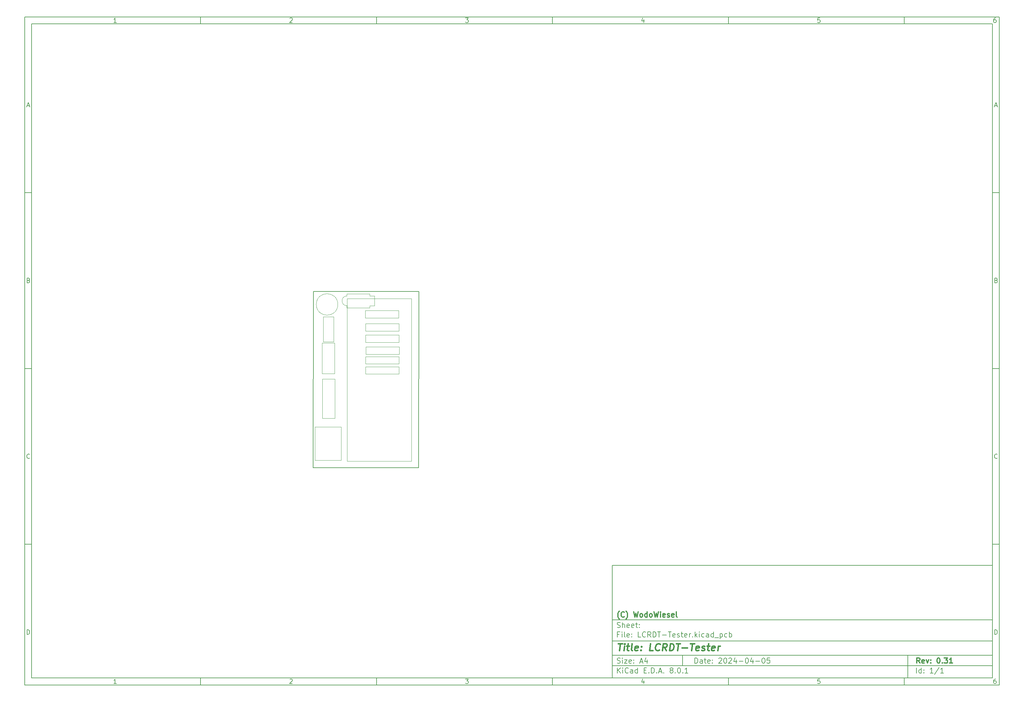
<source format=gbr>
%TF.GenerationSoftware,KiCad,Pcbnew,8.0.1*%
%TF.CreationDate,2024-04-05T21:52:58+02:00*%
%TF.ProjectId,LCRDT-Tester,4c435244-542d-4546-9573-7465722e6b69,0.31*%
%TF.SameCoordinates,PX57bafc0PY83cc3c0*%
%TF.FileFunction,Other,User*%
%FSLAX46Y46*%
G04 Gerber Fmt 4.6, Leading zero omitted, Abs format (unit mm)*
G04 Created by KiCad (PCBNEW 8.0.1) date 2024-04-05 21:52:58*
%MOMM*%
%LPD*%
G01*
G04 APERTURE LIST*
%ADD10C,0.100000*%
%ADD11C,0.150000*%
%ADD12C,0.300000*%
%ADD13C,0.400000*%
%ADD14C,0.050000*%
%TA.AperFunction,Profile*%
%ADD15C,0.150000*%
%TD*%
G04 APERTURE END LIST*
D10*
D11*
X85010200Y-27807200D02*
X193010200Y-27807200D01*
X193010200Y-59807200D01*
X85010200Y-59807200D01*
X85010200Y-27807200D01*
D10*
D11*
X-81992000Y128200000D02*
X195010200Y128200000D01*
X195010200Y-61807200D01*
X-81992000Y-61807200D01*
X-81992000Y128200000D01*
D10*
D11*
X-79992000Y126200000D02*
X193010200Y126200000D01*
X193010200Y-59807200D01*
X-79992000Y-59807200D01*
X-79992000Y126200000D01*
D10*
D11*
X-31992000Y126200000D02*
X-31992000Y128200000D01*
D10*
D11*
X18008000Y126200000D02*
X18008000Y128200000D01*
D10*
D11*
X68008000Y126200000D02*
X68008000Y128200000D01*
D10*
D11*
X118008000Y126200000D02*
X118008000Y128200000D01*
D10*
D11*
X168008000Y126200000D02*
X168008000Y128200000D01*
D10*
D11*
X-55902840Y126606396D02*
X-56645697Y126606396D01*
X-56274269Y126606396D02*
X-56274269Y127906396D01*
X-56274269Y127906396D02*
X-56398078Y127720681D01*
X-56398078Y127720681D02*
X-56521888Y127596872D01*
X-56521888Y127596872D02*
X-56645697Y127534967D01*
D10*
D11*
X-6645697Y127782586D02*
X-6583793Y127844491D01*
X-6583793Y127844491D02*
X-6459983Y127906396D01*
X-6459983Y127906396D02*
X-6150459Y127906396D01*
X-6150459Y127906396D02*
X-6026650Y127844491D01*
X-6026650Y127844491D02*
X-5964745Y127782586D01*
X-5964745Y127782586D02*
X-5902840Y127658777D01*
X-5902840Y127658777D02*
X-5902840Y127534967D01*
X-5902840Y127534967D02*
X-5964745Y127349253D01*
X-5964745Y127349253D02*
X-6707602Y126606396D01*
X-6707602Y126606396D02*
X-5902840Y126606396D01*
D10*
D11*
X43292398Y127906396D02*
X44097160Y127906396D01*
X44097160Y127906396D02*
X43663826Y127411158D01*
X43663826Y127411158D02*
X43849541Y127411158D01*
X43849541Y127411158D02*
X43973350Y127349253D01*
X43973350Y127349253D02*
X44035255Y127287348D01*
X44035255Y127287348D02*
X44097160Y127163539D01*
X44097160Y127163539D02*
X44097160Y126854015D01*
X44097160Y126854015D02*
X44035255Y126730205D01*
X44035255Y126730205D02*
X43973350Y126668300D01*
X43973350Y126668300D02*
X43849541Y126606396D01*
X43849541Y126606396D02*
X43478112Y126606396D01*
X43478112Y126606396D02*
X43354303Y126668300D01*
X43354303Y126668300D02*
X43292398Y126730205D01*
D10*
D11*
X93973350Y127473062D02*
X93973350Y126606396D01*
X93663826Y127968300D02*
X93354303Y127039729D01*
X93354303Y127039729D02*
X94159064Y127039729D01*
D10*
D11*
X144035255Y127906396D02*
X143416207Y127906396D01*
X143416207Y127906396D02*
X143354303Y127287348D01*
X143354303Y127287348D02*
X143416207Y127349253D01*
X143416207Y127349253D02*
X143540017Y127411158D01*
X143540017Y127411158D02*
X143849541Y127411158D01*
X143849541Y127411158D02*
X143973350Y127349253D01*
X143973350Y127349253D02*
X144035255Y127287348D01*
X144035255Y127287348D02*
X144097160Y127163539D01*
X144097160Y127163539D02*
X144097160Y126854015D01*
X144097160Y126854015D02*
X144035255Y126730205D01*
X144035255Y126730205D02*
X143973350Y126668300D01*
X143973350Y126668300D02*
X143849541Y126606396D01*
X143849541Y126606396D02*
X143540017Y126606396D01*
X143540017Y126606396D02*
X143416207Y126668300D01*
X143416207Y126668300D02*
X143354303Y126730205D01*
D10*
D11*
X193973350Y127906396D02*
X193725731Y127906396D01*
X193725731Y127906396D02*
X193601922Y127844491D01*
X193601922Y127844491D02*
X193540017Y127782586D01*
X193540017Y127782586D02*
X193416207Y127596872D01*
X193416207Y127596872D02*
X193354303Y127349253D01*
X193354303Y127349253D02*
X193354303Y126854015D01*
X193354303Y126854015D02*
X193416207Y126730205D01*
X193416207Y126730205D02*
X193478112Y126668300D01*
X193478112Y126668300D02*
X193601922Y126606396D01*
X193601922Y126606396D02*
X193849541Y126606396D01*
X193849541Y126606396D02*
X193973350Y126668300D01*
X193973350Y126668300D02*
X194035255Y126730205D01*
X194035255Y126730205D02*
X194097160Y126854015D01*
X194097160Y126854015D02*
X194097160Y127163539D01*
X194097160Y127163539D02*
X194035255Y127287348D01*
X194035255Y127287348D02*
X193973350Y127349253D01*
X193973350Y127349253D02*
X193849541Y127411158D01*
X193849541Y127411158D02*
X193601922Y127411158D01*
X193601922Y127411158D02*
X193478112Y127349253D01*
X193478112Y127349253D02*
X193416207Y127287348D01*
X193416207Y127287348D02*
X193354303Y127163539D01*
D10*
D11*
X-31992000Y-59807200D02*
X-31992000Y-61807200D01*
D10*
D11*
X18008000Y-59807200D02*
X18008000Y-61807200D01*
D10*
D11*
X68008000Y-59807200D02*
X68008000Y-61807200D01*
D10*
D11*
X118008000Y-59807200D02*
X118008000Y-61807200D01*
D10*
D11*
X168008000Y-59807200D02*
X168008000Y-61807200D01*
D10*
D11*
X-55902840Y-61400804D02*
X-56645697Y-61400804D01*
X-56274269Y-61400804D02*
X-56274269Y-60100804D01*
X-56274269Y-60100804D02*
X-56398078Y-60286519D01*
X-56398078Y-60286519D02*
X-56521888Y-60410328D01*
X-56521888Y-60410328D02*
X-56645697Y-60472233D01*
D10*
D11*
X-6645697Y-60224614D02*
X-6583793Y-60162709D01*
X-6583793Y-60162709D02*
X-6459983Y-60100804D01*
X-6459983Y-60100804D02*
X-6150459Y-60100804D01*
X-6150459Y-60100804D02*
X-6026650Y-60162709D01*
X-6026650Y-60162709D02*
X-5964745Y-60224614D01*
X-5964745Y-60224614D02*
X-5902840Y-60348423D01*
X-5902840Y-60348423D02*
X-5902840Y-60472233D01*
X-5902840Y-60472233D02*
X-5964745Y-60657947D01*
X-5964745Y-60657947D02*
X-6707602Y-61400804D01*
X-6707602Y-61400804D02*
X-5902840Y-61400804D01*
D10*
D11*
X43292398Y-60100804D02*
X44097160Y-60100804D01*
X44097160Y-60100804D02*
X43663826Y-60596042D01*
X43663826Y-60596042D02*
X43849541Y-60596042D01*
X43849541Y-60596042D02*
X43973350Y-60657947D01*
X43973350Y-60657947D02*
X44035255Y-60719852D01*
X44035255Y-60719852D02*
X44097160Y-60843661D01*
X44097160Y-60843661D02*
X44097160Y-61153185D01*
X44097160Y-61153185D02*
X44035255Y-61276995D01*
X44035255Y-61276995D02*
X43973350Y-61338900D01*
X43973350Y-61338900D02*
X43849541Y-61400804D01*
X43849541Y-61400804D02*
X43478112Y-61400804D01*
X43478112Y-61400804D02*
X43354303Y-61338900D01*
X43354303Y-61338900D02*
X43292398Y-61276995D01*
D10*
D11*
X93973350Y-60534138D02*
X93973350Y-61400804D01*
X93663826Y-60038900D02*
X93354303Y-60967471D01*
X93354303Y-60967471D02*
X94159064Y-60967471D01*
D10*
D11*
X144035255Y-60100804D02*
X143416207Y-60100804D01*
X143416207Y-60100804D02*
X143354303Y-60719852D01*
X143354303Y-60719852D02*
X143416207Y-60657947D01*
X143416207Y-60657947D02*
X143540017Y-60596042D01*
X143540017Y-60596042D02*
X143849541Y-60596042D01*
X143849541Y-60596042D02*
X143973350Y-60657947D01*
X143973350Y-60657947D02*
X144035255Y-60719852D01*
X144035255Y-60719852D02*
X144097160Y-60843661D01*
X144097160Y-60843661D02*
X144097160Y-61153185D01*
X144097160Y-61153185D02*
X144035255Y-61276995D01*
X144035255Y-61276995D02*
X143973350Y-61338900D01*
X143973350Y-61338900D02*
X143849541Y-61400804D01*
X143849541Y-61400804D02*
X143540017Y-61400804D01*
X143540017Y-61400804D02*
X143416207Y-61338900D01*
X143416207Y-61338900D02*
X143354303Y-61276995D01*
D10*
D11*
X193973350Y-60100804D02*
X193725731Y-60100804D01*
X193725731Y-60100804D02*
X193601922Y-60162709D01*
X193601922Y-60162709D02*
X193540017Y-60224614D01*
X193540017Y-60224614D02*
X193416207Y-60410328D01*
X193416207Y-60410328D02*
X193354303Y-60657947D01*
X193354303Y-60657947D02*
X193354303Y-61153185D01*
X193354303Y-61153185D02*
X193416207Y-61276995D01*
X193416207Y-61276995D02*
X193478112Y-61338900D01*
X193478112Y-61338900D02*
X193601922Y-61400804D01*
X193601922Y-61400804D02*
X193849541Y-61400804D01*
X193849541Y-61400804D02*
X193973350Y-61338900D01*
X193973350Y-61338900D02*
X194035255Y-61276995D01*
X194035255Y-61276995D02*
X194097160Y-61153185D01*
X194097160Y-61153185D02*
X194097160Y-60843661D01*
X194097160Y-60843661D02*
X194035255Y-60719852D01*
X194035255Y-60719852D02*
X193973350Y-60657947D01*
X193973350Y-60657947D02*
X193849541Y-60596042D01*
X193849541Y-60596042D02*
X193601922Y-60596042D01*
X193601922Y-60596042D02*
X193478112Y-60657947D01*
X193478112Y-60657947D02*
X193416207Y-60719852D01*
X193416207Y-60719852D02*
X193354303Y-60843661D01*
D10*
D11*
X-81992000Y78200000D02*
X-79992000Y78200000D01*
D10*
D11*
X-81992000Y28200000D02*
X-79992000Y28200000D01*
D10*
D11*
X-81992000Y-21800000D02*
X-79992000Y-21800000D01*
D10*
D11*
X-81301524Y102977824D02*
X-80682477Y102977824D01*
X-81425334Y102606396D02*
X-80992001Y103906396D01*
X-80992001Y103906396D02*
X-80558667Y102606396D01*
D10*
D11*
X-80899143Y53287348D02*
X-80713429Y53225443D01*
X-80713429Y53225443D02*
X-80651524Y53163539D01*
X-80651524Y53163539D02*
X-80589620Y53039729D01*
X-80589620Y53039729D02*
X-80589620Y52854015D01*
X-80589620Y52854015D02*
X-80651524Y52730205D01*
X-80651524Y52730205D02*
X-80713429Y52668300D01*
X-80713429Y52668300D02*
X-80837239Y52606396D01*
X-80837239Y52606396D02*
X-81332477Y52606396D01*
X-81332477Y52606396D02*
X-81332477Y53906396D01*
X-81332477Y53906396D02*
X-80899143Y53906396D01*
X-80899143Y53906396D02*
X-80775334Y53844491D01*
X-80775334Y53844491D02*
X-80713429Y53782586D01*
X-80713429Y53782586D02*
X-80651524Y53658777D01*
X-80651524Y53658777D02*
X-80651524Y53534967D01*
X-80651524Y53534967D02*
X-80713429Y53411158D01*
X-80713429Y53411158D02*
X-80775334Y53349253D01*
X-80775334Y53349253D02*
X-80899143Y53287348D01*
X-80899143Y53287348D02*
X-81332477Y53287348D01*
D10*
D11*
X-80589620Y2730205D02*
X-80651524Y2668300D01*
X-80651524Y2668300D02*
X-80837239Y2606396D01*
X-80837239Y2606396D02*
X-80961048Y2606396D01*
X-80961048Y2606396D02*
X-81146762Y2668300D01*
X-81146762Y2668300D02*
X-81270572Y2792110D01*
X-81270572Y2792110D02*
X-81332477Y2915920D01*
X-81332477Y2915920D02*
X-81394381Y3163539D01*
X-81394381Y3163539D02*
X-81394381Y3349253D01*
X-81394381Y3349253D02*
X-81332477Y3596872D01*
X-81332477Y3596872D02*
X-81270572Y3720681D01*
X-81270572Y3720681D02*
X-81146762Y3844491D01*
X-81146762Y3844491D02*
X-80961048Y3906396D01*
X-80961048Y3906396D02*
X-80837239Y3906396D01*
X-80837239Y3906396D02*
X-80651524Y3844491D01*
X-80651524Y3844491D02*
X-80589620Y3782586D01*
D10*
D11*
X-81332477Y-47393604D02*
X-81332477Y-46093604D01*
X-81332477Y-46093604D02*
X-81022953Y-46093604D01*
X-81022953Y-46093604D02*
X-80837239Y-46155509D01*
X-80837239Y-46155509D02*
X-80713429Y-46279319D01*
X-80713429Y-46279319D02*
X-80651524Y-46403128D01*
X-80651524Y-46403128D02*
X-80589620Y-46650747D01*
X-80589620Y-46650747D02*
X-80589620Y-46836461D01*
X-80589620Y-46836461D02*
X-80651524Y-47084080D01*
X-80651524Y-47084080D02*
X-80713429Y-47207890D01*
X-80713429Y-47207890D02*
X-80837239Y-47331700D01*
X-80837239Y-47331700D02*
X-81022953Y-47393604D01*
X-81022953Y-47393604D02*
X-81332477Y-47393604D01*
D10*
D11*
X195010200Y78200000D02*
X193010200Y78200000D01*
D10*
D11*
X195010200Y28200000D02*
X193010200Y28200000D01*
D10*
D11*
X195010200Y-21800000D02*
X193010200Y-21800000D01*
D10*
D11*
X193700676Y102977824D02*
X194319723Y102977824D01*
X193576866Y102606396D02*
X194010199Y103906396D01*
X194010199Y103906396D02*
X194443533Y102606396D01*
D10*
D11*
X194103057Y53287348D02*
X194288771Y53225443D01*
X194288771Y53225443D02*
X194350676Y53163539D01*
X194350676Y53163539D02*
X194412580Y53039729D01*
X194412580Y53039729D02*
X194412580Y52854015D01*
X194412580Y52854015D02*
X194350676Y52730205D01*
X194350676Y52730205D02*
X194288771Y52668300D01*
X194288771Y52668300D02*
X194164961Y52606396D01*
X194164961Y52606396D02*
X193669723Y52606396D01*
X193669723Y52606396D02*
X193669723Y53906396D01*
X193669723Y53906396D02*
X194103057Y53906396D01*
X194103057Y53906396D02*
X194226866Y53844491D01*
X194226866Y53844491D02*
X194288771Y53782586D01*
X194288771Y53782586D02*
X194350676Y53658777D01*
X194350676Y53658777D02*
X194350676Y53534967D01*
X194350676Y53534967D02*
X194288771Y53411158D01*
X194288771Y53411158D02*
X194226866Y53349253D01*
X194226866Y53349253D02*
X194103057Y53287348D01*
X194103057Y53287348D02*
X193669723Y53287348D01*
D10*
D11*
X194412580Y2730205D02*
X194350676Y2668300D01*
X194350676Y2668300D02*
X194164961Y2606396D01*
X194164961Y2606396D02*
X194041152Y2606396D01*
X194041152Y2606396D02*
X193855438Y2668300D01*
X193855438Y2668300D02*
X193731628Y2792110D01*
X193731628Y2792110D02*
X193669723Y2915920D01*
X193669723Y2915920D02*
X193607819Y3163539D01*
X193607819Y3163539D02*
X193607819Y3349253D01*
X193607819Y3349253D02*
X193669723Y3596872D01*
X193669723Y3596872D02*
X193731628Y3720681D01*
X193731628Y3720681D02*
X193855438Y3844491D01*
X193855438Y3844491D02*
X194041152Y3906396D01*
X194041152Y3906396D02*
X194164961Y3906396D01*
X194164961Y3906396D02*
X194350676Y3844491D01*
X194350676Y3844491D02*
X194412580Y3782586D01*
D10*
D11*
X193669723Y-47393604D02*
X193669723Y-46093604D01*
X193669723Y-46093604D02*
X193979247Y-46093604D01*
X193979247Y-46093604D02*
X194164961Y-46155509D01*
X194164961Y-46155509D02*
X194288771Y-46279319D01*
X194288771Y-46279319D02*
X194350676Y-46403128D01*
X194350676Y-46403128D02*
X194412580Y-46650747D01*
X194412580Y-46650747D02*
X194412580Y-46836461D01*
X194412580Y-46836461D02*
X194350676Y-47084080D01*
X194350676Y-47084080D02*
X194288771Y-47207890D01*
X194288771Y-47207890D02*
X194164961Y-47331700D01*
X194164961Y-47331700D02*
X193979247Y-47393604D01*
X193979247Y-47393604D02*
X193669723Y-47393604D01*
D10*
D11*
X108466026Y-55593328D02*
X108466026Y-54093328D01*
X108466026Y-54093328D02*
X108823169Y-54093328D01*
X108823169Y-54093328D02*
X109037455Y-54164757D01*
X109037455Y-54164757D02*
X109180312Y-54307614D01*
X109180312Y-54307614D02*
X109251741Y-54450471D01*
X109251741Y-54450471D02*
X109323169Y-54736185D01*
X109323169Y-54736185D02*
X109323169Y-54950471D01*
X109323169Y-54950471D02*
X109251741Y-55236185D01*
X109251741Y-55236185D02*
X109180312Y-55379042D01*
X109180312Y-55379042D02*
X109037455Y-55521900D01*
X109037455Y-55521900D02*
X108823169Y-55593328D01*
X108823169Y-55593328D02*
X108466026Y-55593328D01*
X110608884Y-55593328D02*
X110608884Y-54807614D01*
X110608884Y-54807614D02*
X110537455Y-54664757D01*
X110537455Y-54664757D02*
X110394598Y-54593328D01*
X110394598Y-54593328D02*
X110108884Y-54593328D01*
X110108884Y-54593328D02*
X109966026Y-54664757D01*
X110608884Y-55521900D02*
X110466026Y-55593328D01*
X110466026Y-55593328D02*
X110108884Y-55593328D01*
X110108884Y-55593328D02*
X109966026Y-55521900D01*
X109966026Y-55521900D02*
X109894598Y-55379042D01*
X109894598Y-55379042D02*
X109894598Y-55236185D01*
X109894598Y-55236185D02*
X109966026Y-55093328D01*
X109966026Y-55093328D02*
X110108884Y-55021900D01*
X110108884Y-55021900D02*
X110466026Y-55021900D01*
X110466026Y-55021900D02*
X110608884Y-54950471D01*
X111108884Y-54593328D02*
X111680312Y-54593328D01*
X111323169Y-54093328D02*
X111323169Y-55379042D01*
X111323169Y-55379042D02*
X111394598Y-55521900D01*
X111394598Y-55521900D02*
X111537455Y-55593328D01*
X111537455Y-55593328D02*
X111680312Y-55593328D01*
X112751741Y-55521900D02*
X112608884Y-55593328D01*
X112608884Y-55593328D02*
X112323170Y-55593328D01*
X112323170Y-55593328D02*
X112180312Y-55521900D01*
X112180312Y-55521900D02*
X112108884Y-55379042D01*
X112108884Y-55379042D02*
X112108884Y-54807614D01*
X112108884Y-54807614D02*
X112180312Y-54664757D01*
X112180312Y-54664757D02*
X112323170Y-54593328D01*
X112323170Y-54593328D02*
X112608884Y-54593328D01*
X112608884Y-54593328D02*
X112751741Y-54664757D01*
X112751741Y-54664757D02*
X112823170Y-54807614D01*
X112823170Y-54807614D02*
X112823170Y-54950471D01*
X112823170Y-54950471D02*
X112108884Y-55093328D01*
X113466026Y-55450471D02*
X113537455Y-55521900D01*
X113537455Y-55521900D02*
X113466026Y-55593328D01*
X113466026Y-55593328D02*
X113394598Y-55521900D01*
X113394598Y-55521900D02*
X113466026Y-55450471D01*
X113466026Y-55450471D02*
X113466026Y-55593328D01*
X113466026Y-54664757D02*
X113537455Y-54736185D01*
X113537455Y-54736185D02*
X113466026Y-54807614D01*
X113466026Y-54807614D02*
X113394598Y-54736185D01*
X113394598Y-54736185D02*
X113466026Y-54664757D01*
X113466026Y-54664757D02*
X113466026Y-54807614D01*
X115251741Y-54236185D02*
X115323169Y-54164757D01*
X115323169Y-54164757D02*
X115466027Y-54093328D01*
X115466027Y-54093328D02*
X115823169Y-54093328D01*
X115823169Y-54093328D02*
X115966027Y-54164757D01*
X115966027Y-54164757D02*
X116037455Y-54236185D01*
X116037455Y-54236185D02*
X116108884Y-54379042D01*
X116108884Y-54379042D02*
X116108884Y-54521900D01*
X116108884Y-54521900D02*
X116037455Y-54736185D01*
X116037455Y-54736185D02*
X115180312Y-55593328D01*
X115180312Y-55593328D02*
X116108884Y-55593328D01*
X117037455Y-54093328D02*
X117180312Y-54093328D01*
X117180312Y-54093328D02*
X117323169Y-54164757D01*
X117323169Y-54164757D02*
X117394598Y-54236185D01*
X117394598Y-54236185D02*
X117466026Y-54379042D01*
X117466026Y-54379042D02*
X117537455Y-54664757D01*
X117537455Y-54664757D02*
X117537455Y-55021900D01*
X117537455Y-55021900D02*
X117466026Y-55307614D01*
X117466026Y-55307614D02*
X117394598Y-55450471D01*
X117394598Y-55450471D02*
X117323169Y-55521900D01*
X117323169Y-55521900D02*
X117180312Y-55593328D01*
X117180312Y-55593328D02*
X117037455Y-55593328D01*
X117037455Y-55593328D02*
X116894598Y-55521900D01*
X116894598Y-55521900D02*
X116823169Y-55450471D01*
X116823169Y-55450471D02*
X116751740Y-55307614D01*
X116751740Y-55307614D02*
X116680312Y-55021900D01*
X116680312Y-55021900D02*
X116680312Y-54664757D01*
X116680312Y-54664757D02*
X116751740Y-54379042D01*
X116751740Y-54379042D02*
X116823169Y-54236185D01*
X116823169Y-54236185D02*
X116894598Y-54164757D01*
X116894598Y-54164757D02*
X117037455Y-54093328D01*
X118108883Y-54236185D02*
X118180311Y-54164757D01*
X118180311Y-54164757D02*
X118323169Y-54093328D01*
X118323169Y-54093328D02*
X118680311Y-54093328D01*
X118680311Y-54093328D02*
X118823169Y-54164757D01*
X118823169Y-54164757D02*
X118894597Y-54236185D01*
X118894597Y-54236185D02*
X118966026Y-54379042D01*
X118966026Y-54379042D02*
X118966026Y-54521900D01*
X118966026Y-54521900D02*
X118894597Y-54736185D01*
X118894597Y-54736185D02*
X118037454Y-55593328D01*
X118037454Y-55593328D02*
X118966026Y-55593328D01*
X120251740Y-54593328D02*
X120251740Y-55593328D01*
X119894597Y-54021900D02*
X119537454Y-55093328D01*
X119537454Y-55093328D02*
X120466025Y-55093328D01*
X121037453Y-55021900D02*
X122180311Y-55021900D01*
X123180311Y-54093328D02*
X123323168Y-54093328D01*
X123323168Y-54093328D02*
X123466025Y-54164757D01*
X123466025Y-54164757D02*
X123537454Y-54236185D01*
X123537454Y-54236185D02*
X123608882Y-54379042D01*
X123608882Y-54379042D02*
X123680311Y-54664757D01*
X123680311Y-54664757D02*
X123680311Y-55021900D01*
X123680311Y-55021900D02*
X123608882Y-55307614D01*
X123608882Y-55307614D02*
X123537454Y-55450471D01*
X123537454Y-55450471D02*
X123466025Y-55521900D01*
X123466025Y-55521900D02*
X123323168Y-55593328D01*
X123323168Y-55593328D02*
X123180311Y-55593328D01*
X123180311Y-55593328D02*
X123037454Y-55521900D01*
X123037454Y-55521900D02*
X122966025Y-55450471D01*
X122966025Y-55450471D02*
X122894596Y-55307614D01*
X122894596Y-55307614D02*
X122823168Y-55021900D01*
X122823168Y-55021900D02*
X122823168Y-54664757D01*
X122823168Y-54664757D02*
X122894596Y-54379042D01*
X122894596Y-54379042D02*
X122966025Y-54236185D01*
X122966025Y-54236185D02*
X123037454Y-54164757D01*
X123037454Y-54164757D02*
X123180311Y-54093328D01*
X124966025Y-54593328D02*
X124966025Y-55593328D01*
X124608882Y-54021900D02*
X124251739Y-55093328D01*
X124251739Y-55093328D02*
X125180310Y-55093328D01*
X125751738Y-55021900D02*
X126894596Y-55021900D01*
X127894596Y-54093328D02*
X128037453Y-54093328D01*
X128037453Y-54093328D02*
X128180310Y-54164757D01*
X128180310Y-54164757D02*
X128251739Y-54236185D01*
X128251739Y-54236185D02*
X128323167Y-54379042D01*
X128323167Y-54379042D02*
X128394596Y-54664757D01*
X128394596Y-54664757D02*
X128394596Y-55021900D01*
X128394596Y-55021900D02*
X128323167Y-55307614D01*
X128323167Y-55307614D02*
X128251739Y-55450471D01*
X128251739Y-55450471D02*
X128180310Y-55521900D01*
X128180310Y-55521900D02*
X128037453Y-55593328D01*
X128037453Y-55593328D02*
X127894596Y-55593328D01*
X127894596Y-55593328D02*
X127751739Y-55521900D01*
X127751739Y-55521900D02*
X127680310Y-55450471D01*
X127680310Y-55450471D02*
X127608881Y-55307614D01*
X127608881Y-55307614D02*
X127537453Y-55021900D01*
X127537453Y-55021900D02*
X127537453Y-54664757D01*
X127537453Y-54664757D02*
X127608881Y-54379042D01*
X127608881Y-54379042D02*
X127680310Y-54236185D01*
X127680310Y-54236185D02*
X127751739Y-54164757D01*
X127751739Y-54164757D02*
X127894596Y-54093328D01*
X129751738Y-54093328D02*
X129037452Y-54093328D01*
X129037452Y-54093328D02*
X128966024Y-54807614D01*
X128966024Y-54807614D02*
X129037452Y-54736185D01*
X129037452Y-54736185D02*
X129180310Y-54664757D01*
X129180310Y-54664757D02*
X129537452Y-54664757D01*
X129537452Y-54664757D02*
X129680310Y-54736185D01*
X129680310Y-54736185D02*
X129751738Y-54807614D01*
X129751738Y-54807614D02*
X129823167Y-54950471D01*
X129823167Y-54950471D02*
X129823167Y-55307614D01*
X129823167Y-55307614D02*
X129751738Y-55450471D01*
X129751738Y-55450471D02*
X129680310Y-55521900D01*
X129680310Y-55521900D02*
X129537452Y-55593328D01*
X129537452Y-55593328D02*
X129180310Y-55593328D01*
X129180310Y-55593328D02*
X129037452Y-55521900D01*
X129037452Y-55521900D02*
X128966024Y-55450471D01*
D10*
D11*
X85010200Y-56307200D02*
X193010200Y-56307200D01*
D10*
D11*
X86466026Y-58393328D02*
X86466026Y-56893328D01*
X87323169Y-58393328D02*
X86680312Y-57536185D01*
X87323169Y-56893328D02*
X86466026Y-57750471D01*
X87966026Y-58393328D02*
X87966026Y-57393328D01*
X87966026Y-56893328D02*
X87894598Y-56964757D01*
X87894598Y-56964757D02*
X87966026Y-57036185D01*
X87966026Y-57036185D02*
X88037455Y-56964757D01*
X88037455Y-56964757D02*
X87966026Y-56893328D01*
X87966026Y-56893328D02*
X87966026Y-57036185D01*
X89537455Y-58250471D02*
X89466027Y-58321900D01*
X89466027Y-58321900D02*
X89251741Y-58393328D01*
X89251741Y-58393328D02*
X89108884Y-58393328D01*
X89108884Y-58393328D02*
X88894598Y-58321900D01*
X88894598Y-58321900D02*
X88751741Y-58179042D01*
X88751741Y-58179042D02*
X88680312Y-58036185D01*
X88680312Y-58036185D02*
X88608884Y-57750471D01*
X88608884Y-57750471D02*
X88608884Y-57536185D01*
X88608884Y-57536185D02*
X88680312Y-57250471D01*
X88680312Y-57250471D02*
X88751741Y-57107614D01*
X88751741Y-57107614D02*
X88894598Y-56964757D01*
X88894598Y-56964757D02*
X89108884Y-56893328D01*
X89108884Y-56893328D02*
X89251741Y-56893328D01*
X89251741Y-56893328D02*
X89466027Y-56964757D01*
X89466027Y-56964757D02*
X89537455Y-57036185D01*
X90823170Y-58393328D02*
X90823170Y-57607614D01*
X90823170Y-57607614D02*
X90751741Y-57464757D01*
X90751741Y-57464757D02*
X90608884Y-57393328D01*
X90608884Y-57393328D02*
X90323170Y-57393328D01*
X90323170Y-57393328D02*
X90180312Y-57464757D01*
X90823170Y-58321900D02*
X90680312Y-58393328D01*
X90680312Y-58393328D02*
X90323170Y-58393328D01*
X90323170Y-58393328D02*
X90180312Y-58321900D01*
X90180312Y-58321900D02*
X90108884Y-58179042D01*
X90108884Y-58179042D02*
X90108884Y-58036185D01*
X90108884Y-58036185D02*
X90180312Y-57893328D01*
X90180312Y-57893328D02*
X90323170Y-57821900D01*
X90323170Y-57821900D02*
X90680312Y-57821900D01*
X90680312Y-57821900D02*
X90823170Y-57750471D01*
X92180313Y-58393328D02*
X92180313Y-56893328D01*
X92180313Y-58321900D02*
X92037455Y-58393328D01*
X92037455Y-58393328D02*
X91751741Y-58393328D01*
X91751741Y-58393328D02*
X91608884Y-58321900D01*
X91608884Y-58321900D02*
X91537455Y-58250471D01*
X91537455Y-58250471D02*
X91466027Y-58107614D01*
X91466027Y-58107614D02*
X91466027Y-57679042D01*
X91466027Y-57679042D02*
X91537455Y-57536185D01*
X91537455Y-57536185D02*
X91608884Y-57464757D01*
X91608884Y-57464757D02*
X91751741Y-57393328D01*
X91751741Y-57393328D02*
X92037455Y-57393328D01*
X92037455Y-57393328D02*
X92180313Y-57464757D01*
X94037455Y-57607614D02*
X94537455Y-57607614D01*
X94751741Y-58393328D02*
X94037455Y-58393328D01*
X94037455Y-58393328D02*
X94037455Y-56893328D01*
X94037455Y-56893328D02*
X94751741Y-56893328D01*
X95394598Y-58250471D02*
X95466027Y-58321900D01*
X95466027Y-58321900D02*
X95394598Y-58393328D01*
X95394598Y-58393328D02*
X95323170Y-58321900D01*
X95323170Y-58321900D02*
X95394598Y-58250471D01*
X95394598Y-58250471D02*
X95394598Y-58393328D01*
X96108884Y-58393328D02*
X96108884Y-56893328D01*
X96108884Y-56893328D02*
X96466027Y-56893328D01*
X96466027Y-56893328D02*
X96680313Y-56964757D01*
X96680313Y-56964757D02*
X96823170Y-57107614D01*
X96823170Y-57107614D02*
X96894599Y-57250471D01*
X96894599Y-57250471D02*
X96966027Y-57536185D01*
X96966027Y-57536185D02*
X96966027Y-57750471D01*
X96966027Y-57750471D02*
X96894599Y-58036185D01*
X96894599Y-58036185D02*
X96823170Y-58179042D01*
X96823170Y-58179042D02*
X96680313Y-58321900D01*
X96680313Y-58321900D02*
X96466027Y-58393328D01*
X96466027Y-58393328D02*
X96108884Y-58393328D01*
X97608884Y-58250471D02*
X97680313Y-58321900D01*
X97680313Y-58321900D02*
X97608884Y-58393328D01*
X97608884Y-58393328D02*
X97537456Y-58321900D01*
X97537456Y-58321900D02*
X97608884Y-58250471D01*
X97608884Y-58250471D02*
X97608884Y-58393328D01*
X98251742Y-57964757D02*
X98966028Y-57964757D01*
X98108885Y-58393328D02*
X98608885Y-56893328D01*
X98608885Y-56893328D02*
X99108885Y-58393328D01*
X99608884Y-58250471D02*
X99680313Y-58321900D01*
X99680313Y-58321900D02*
X99608884Y-58393328D01*
X99608884Y-58393328D02*
X99537456Y-58321900D01*
X99537456Y-58321900D02*
X99608884Y-58250471D01*
X99608884Y-58250471D02*
X99608884Y-58393328D01*
X101680313Y-57536185D02*
X101537456Y-57464757D01*
X101537456Y-57464757D02*
X101466027Y-57393328D01*
X101466027Y-57393328D02*
X101394599Y-57250471D01*
X101394599Y-57250471D02*
X101394599Y-57179042D01*
X101394599Y-57179042D02*
X101466027Y-57036185D01*
X101466027Y-57036185D02*
X101537456Y-56964757D01*
X101537456Y-56964757D02*
X101680313Y-56893328D01*
X101680313Y-56893328D02*
X101966027Y-56893328D01*
X101966027Y-56893328D02*
X102108885Y-56964757D01*
X102108885Y-56964757D02*
X102180313Y-57036185D01*
X102180313Y-57036185D02*
X102251742Y-57179042D01*
X102251742Y-57179042D02*
X102251742Y-57250471D01*
X102251742Y-57250471D02*
X102180313Y-57393328D01*
X102180313Y-57393328D02*
X102108885Y-57464757D01*
X102108885Y-57464757D02*
X101966027Y-57536185D01*
X101966027Y-57536185D02*
X101680313Y-57536185D01*
X101680313Y-57536185D02*
X101537456Y-57607614D01*
X101537456Y-57607614D02*
X101466027Y-57679042D01*
X101466027Y-57679042D02*
X101394599Y-57821900D01*
X101394599Y-57821900D02*
X101394599Y-58107614D01*
X101394599Y-58107614D02*
X101466027Y-58250471D01*
X101466027Y-58250471D02*
X101537456Y-58321900D01*
X101537456Y-58321900D02*
X101680313Y-58393328D01*
X101680313Y-58393328D02*
X101966027Y-58393328D01*
X101966027Y-58393328D02*
X102108885Y-58321900D01*
X102108885Y-58321900D02*
X102180313Y-58250471D01*
X102180313Y-58250471D02*
X102251742Y-58107614D01*
X102251742Y-58107614D02*
X102251742Y-57821900D01*
X102251742Y-57821900D02*
X102180313Y-57679042D01*
X102180313Y-57679042D02*
X102108885Y-57607614D01*
X102108885Y-57607614D02*
X101966027Y-57536185D01*
X102894598Y-58250471D02*
X102966027Y-58321900D01*
X102966027Y-58321900D02*
X102894598Y-58393328D01*
X102894598Y-58393328D02*
X102823170Y-58321900D01*
X102823170Y-58321900D02*
X102894598Y-58250471D01*
X102894598Y-58250471D02*
X102894598Y-58393328D01*
X103894599Y-56893328D02*
X104037456Y-56893328D01*
X104037456Y-56893328D02*
X104180313Y-56964757D01*
X104180313Y-56964757D02*
X104251742Y-57036185D01*
X104251742Y-57036185D02*
X104323170Y-57179042D01*
X104323170Y-57179042D02*
X104394599Y-57464757D01*
X104394599Y-57464757D02*
X104394599Y-57821900D01*
X104394599Y-57821900D02*
X104323170Y-58107614D01*
X104323170Y-58107614D02*
X104251742Y-58250471D01*
X104251742Y-58250471D02*
X104180313Y-58321900D01*
X104180313Y-58321900D02*
X104037456Y-58393328D01*
X104037456Y-58393328D02*
X103894599Y-58393328D01*
X103894599Y-58393328D02*
X103751742Y-58321900D01*
X103751742Y-58321900D02*
X103680313Y-58250471D01*
X103680313Y-58250471D02*
X103608884Y-58107614D01*
X103608884Y-58107614D02*
X103537456Y-57821900D01*
X103537456Y-57821900D02*
X103537456Y-57464757D01*
X103537456Y-57464757D02*
X103608884Y-57179042D01*
X103608884Y-57179042D02*
X103680313Y-57036185D01*
X103680313Y-57036185D02*
X103751742Y-56964757D01*
X103751742Y-56964757D02*
X103894599Y-56893328D01*
X105037455Y-58250471D02*
X105108884Y-58321900D01*
X105108884Y-58321900D02*
X105037455Y-58393328D01*
X105037455Y-58393328D02*
X104966027Y-58321900D01*
X104966027Y-58321900D02*
X105037455Y-58250471D01*
X105037455Y-58250471D02*
X105037455Y-58393328D01*
X106537456Y-58393328D02*
X105680313Y-58393328D01*
X106108884Y-58393328D02*
X106108884Y-56893328D01*
X106108884Y-56893328D02*
X105966027Y-57107614D01*
X105966027Y-57107614D02*
X105823170Y-57250471D01*
X105823170Y-57250471D02*
X105680313Y-57321900D01*
D10*
D11*
X85010200Y-53307200D02*
X193010200Y-53307200D01*
D10*
D12*
X172421853Y-55585528D02*
X171921853Y-54871242D01*
X171564710Y-55585528D02*
X171564710Y-54085528D01*
X171564710Y-54085528D02*
X172136139Y-54085528D01*
X172136139Y-54085528D02*
X172278996Y-54156957D01*
X172278996Y-54156957D02*
X172350425Y-54228385D01*
X172350425Y-54228385D02*
X172421853Y-54371242D01*
X172421853Y-54371242D02*
X172421853Y-54585528D01*
X172421853Y-54585528D02*
X172350425Y-54728385D01*
X172350425Y-54728385D02*
X172278996Y-54799814D01*
X172278996Y-54799814D02*
X172136139Y-54871242D01*
X172136139Y-54871242D02*
X171564710Y-54871242D01*
X173636139Y-55514100D02*
X173493282Y-55585528D01*
X173493282Y-55585528D02*
X173207568Y-55585528D01*
X173207568Y-55585528D02*
X173064710Y-55514100D01*
X173064710Y-55514100D02*
X172993282Y-55371242D01*
X172993282Y-55371242D02*
X172993282Y-54799814D01*
X172993282Y-54799814D02*
X173064710Y-54656957D01*
X173064710Y-54656957D02*
X173207568Y-54585528D01*
X173207568Y-54585528D02*
X173493282Y-54585528D01*
X173493282Y-54585528D02*
X173636139Y-54656957D01*
X173636139Y-54656957D02*
X173707568Y-54799814D01*
X173707568Y-54799814D02*
X173707568Y-54942671D01*
X173707568Y-54942671D02*
X172993282Y-55085528D01*
X174207567Y-54585528D02*
X174564710Y-55585528D01*
X174564710Y-55585528D02*
X174921853Y-54585528D01*
X175493281Y-55442671D02*
X175564710Y-55514100D01*
X175564710Y-55514100D02*
X175493281Y-55585528D01*
X175493281Y-55585528D02*
X175421853Y-55514100D01*
X175421853Y-55514100D02*
X175493281Y-55442671D01*
X175493281Y-55442671D02*
X175493281Y-55585528D01*
X175493281Y-54656957D02*
X175564710Y-54728385D01*
X175564710Y-54728385D02*
X175493281Y-54799814D01*
X175493281Y-54799814D02*
X175421853Y-54728385D01*
X175421853Y-54728385D02*
X175493281Y-54656957D01*
X175493281Y-54656957D02*
X175493281Y-54799814D01*
X177636139Y-54085528D02*
X177778996Y-54085528D01*
X177778996Y-54085528D02*
X177921853Y-54156957D01*
X177921853Y-54156957D02*
X177993282Y-54228385D01*
X177993282Y-54228385D02*
X178064710Y-54371242D01*
X178064710Y-54371242D02*
X178136139Y-54656957D01*
X178136139Y-54656957D02*
X178136139Y-55014100D01*
X178136139Y-55014100D02*
X178064710Y-55299814D01*
X178064710Y-55299814D02*
X177993282Y-55442671D01*
X177993282Y-55442671D02*
X177921853Y-55514100D01*
X177921853Y-55514100D02*
X177778996Y-55585528D01*
X177778996Y-55585528D02*
X177636139Y-55585528D01*
X177636139Y-55585528D02*
X177493282Y-55514100D01*
X177493282Y-55514100D02*
X177421853Y-55442671D01*
X177421853Y-55442671D02*
X177350424Y-55299814D01*
X177350424Y-55299814D02*
X177278996Y-55014100D01*
X177278996Y-55014100D02*
X177278996Y-54656957D01*
X177278996Y-54656957D02*
X177350424Y-54371242D01*
X177350424Y-54371242D02*
X177421853Y-54228385D01*
X177421853Y-54228385D02*
X177493282Y-54156957D01*
X177493282Y-54156957D02*
X177636139Y-54085528D01*
X178778995Y-55442671D02*
X178850424Y-55514100D01*
X178850424Y-55514100D02*
X178778995Y-55585528D01*
X178778995Y-55585528D02*
X178707567Y-55514100D01*
X178707567Y-55514100D02*
X178778995Y-55442671D01*
X178778995Y-55442671D02*
X178778995Y-55585528D01*
X179350424Y-54085528D02*
X180278996Y-54085528D01*
X180278996Y-54085528D02*
X179778996Y-54656957D01*
X179778996Y-54656957D02*
X179993281Y-54656957D01*
X179993281Y-54656957D02*
X180136139Y-54728385D01*
X180136139Y-54728385D02*
X180207567Y-54799814D01*
X180207567Y-54799814D02*
X180278996Y-54942671D01*
X180278996Y-54942671D02*
X180278996Y-55299814D01*
X180278996Y-55299814D02*
X180207567Y-55442671D01*
X180207567Y-55442671D02*
X180136139Y-55514100D01*
X180136139Y-55514100D02*
X179993281Y-55585528D01*
X179993281Y-55585528D02*
X179564710Y-55585528D01*
X179564710Y-55585528D02*
X179421853Y-55514100D01*
X179421853Y-55514100D02*
X179350424Y-55442671D01*
X181707567Y-55585528D02*
X180850424Y-55585528D01*
X181278995Y-55585528D02*
X181278995Y-54085528D01*
X181278995Y-54085528D02*
X181136138Y-54299814D01*
X181136138Y-54299814D02*
X180993281Y-54442671D01*
X180993281Y-54442671D02*
X180850424Y-54514100D01*
D10*
D11*
X86394598Y-55521900D02*
X86608884Y-55593328D01*
X86608884Y-55593328D02*
X86966026Y-55593328D01*
X86966026Y-55593328D02*
X87108884Y-55521900D01*
X87108884Y-55521900D02*
X87180312Y-55450471D01*
X87180312Y-55450471D02*
X87251741Y-55307614D01*
X87251741Y-55307614D02*
X87251741Y-55164757D01*
X87251741Y-55164757D02*
X87180312Y-55021900D01*
X87180312Y-55021900D02*
X87108884Y-54950471D01*
X87108884Y-54950471D02*
X86966026Y-54879042D01*
X86966026Y-54879042D02*
X86680312Y-54807614D01*
X86680312Y-54807614D02*
X86537455Y-54736185D01*
X86537455Y-54736185D02*
X86466026Y-54664757D01*
X86466026Y-54664757D02*
X86394598Y-54521900D01*
X86394598Y-54521900D02*
X86394598Y-54379042D01*
X86394598Y-54379042D02*
X86466026Y-54236185D01*
X86466026Y-54236185D02*
X86537455Y-54164757D01*
X86537455Y-54164757D02*
X86680312Y-54093328D01*
X86680312Y-54093328D02*
X87037455Y-54093328D01*
X87037455Y-54093328D02*
X87251741Y-54164757D01*
X87894597Y-55593328D02*
X87894597Y-54593328D01*
X87894597Y-54093328D02*
X87823169Y-54164757D01*
X87823169Y-54164757D02*
X87894597Y-54236185D01*
X87894597Y-54236185D02*
X87966026Y-54164757D01*
X87966026Y-54164757D02*
X87894597Y-54093328D01*
X87894597Y-54093328D02*
X87894597Y-54236185D01*
X88466026Y-54593328D02*
X89251741Y-54593328D01*
X89251741Y-54593328D02*
X88466026Y-55593328D01*
X88466026Y-55593328D02*
X89251741Y-55593328D01*
X90394598Y-55521900D02*
X90251741Y-55593328D01*
X90251741Y-55593328D02*
X89966027Y-55593328D01*
X89966027Y-55593328D02*
X89823169Y-55521900D01*
X89823169Y-55521900D02*
X89751741Y-55379042D01*
X89751741Y-55379042D02*
X89751741Y-54807614D01*
X89751741Y-54807614D02*
X89823169Y-54664757D01*
X89823169Y-54664757D02*
X89966027Y-54593328D01*
X89966027Y-54593328D02*
X90251741Y-54593328D01*
X90251741Y-54593328D02*
X90394598Y-54664757D01*
X90394598Y-54664757D02*
X90466027Y-54807614D01*
X90466027Y-54807614D02*
X90466027Y-54950471D01*
X90466027Y-54950471D02*
X89751741Y-55093328D01*
X91108883Y-55450471D02*
X91180312Y-55521900D01*
X91180312Y-55521900D02*
X91108883Y-55593328D01*
X91108883Y-55593328D02*
X91037455Y-55521900D01*
X91037455Y-55521900D02*
X91108883Y-55450471D01*
X91108883Y-55450471D02*
X91108883Y-55593328D01*
X91108883Y-54664757D02*
X91180312Y-54736185D01*
X91180312Y-54736185D02*
X91108883Y-54807614D01*
X91108883Y-54807614D02*
X91037455Y-54736185D01*
X91037455Y-54736185D02*
X91108883Y-54664757D01*
X91108883Y-54664757D02*
X91108883Y-54807614D01*
X92894598Y-55164757D02*
X93608884Y-55164757D01*
X92751741Y-55593328D02*
X93251741Y-54093328D01*
X93251741Y-54093328D02*
X93751741Y-55593328D01*
X94894598Y-54593328D02*
X94894598Y-55593328D01*
X94537455Y-54021900D02*
X94180312Y-55093328D01*
X94180312Y-55093328D02*
X95108883Y-55093328D01*
D10*
D11*
X171466026Y-58393328D02*
X171466026Y-56893328D01*
X172823170Y-58393328D02*
X172823170Y-56893328D01*
X172823170Y-58321900D02*
X172680312Y-58393328D01*
X172680312Y-58393328D02*
X172394598Y-58393328D01*
X172394598Y-58393328D02*
X172251741Y-58321900D01*
X172251741Y-58321900D02*
X172180312Y-58250471D01*
X172180312Y-58250471D02*
X172108884Y-58107614D01*
X172108884Y-58107614D02*
X172108884Y-57679042D01*
X172108884Y-57679042D02*
X172180312Y-57536185D01*
X172180312Y-57536185D02*
X172251741Y-57464757D01*
X172251741Y-57464757D02*
X172394598Y-57393328D01*
X172394598Y-57393328D02*
X172680312Y-57393328D01*
X172680312Y-57393328D02*
X172823170Y-57464757D01*
X173537455Y-58250471D02*
X173608884Y-58321900D01*
X173608884Y-58321900D02*
X173537455Y-58393328D01*
X173537455Y-58393328D02*
X173466027Y-58321900D01*
X173466027Y-58321900D02*
X173537455Y-58250471D01*
X173537455Y-58250471D02*
X173537455Y-58393328D01*
X173537455Y-57464757D02*
X173608884Y-57536185D01*
X173608884Y-57536185D02*
X173537455Y-57607614D01*
X173537455Y-57607614D02*
X173466027Y-57536185D01*
X173466027Y-57536185D02*
X173537455Y-57464757D01*
X173537455Y-57464757D02*
X173537455Y-57607614D01*
X176180313Y-58393328D02*
X175323170Y-58393328D01*
X175751741Y-58393328D02*
X175751741Y-56893328D01*
X175751741Y-56893328D02*
X175608884Y-57107614D01*
X175608884Y-57107614D02*
X175466027Y-57250471D01*
X175466027Y-57250471D02*
X175323170Y-57321900D01*
X177894598Y-56821900D02*
X176608884Y-58750471D01*
X179180313Y-58393328D02*
X178323170Y-58393328D01*
X178751741Y-58393328D02*
X178751741Y-56893328D01*
X178751741Y-56893328D02*
X178608884Y-57107614D01*
X178608884Y-57107614D02*
X178466027Y-57250471D01*
X178466027Y-57250471D02*
X178323170Y-57321900D01*
D10*
D11*
X85010200Y-49307200D02*
X193010200Y-49307200D01*
D10*
D13*
X86701928Y-50011638D02*
X87844785Y-50011638D01*
X87023357Y-52011638D02*
X87273357Y-50011638D01*
X88261452Y-52011638D02*
X88428119Y-50678304D01*
X88511452Y-50011638D02*
X88404309Y-50106876D01*
X88404309Y-50106876D02*
X88487643Y-50202114D01*
X88487643Y-50202114D02*
X88594786Y-50106876D01*
X88594786Y-50106876D02*
X88511452Y-50011638D01*
X88511452Y-50011638D02*
X88487643Y-50202114D01*
X89094786Y-50678304D02*
X89856690Y-50678304D01*
X89463833Y-50011638D02*
X89249548Y-51725923D01*
X89249548Y-51725923D02*
X89320976Y-51916400D01*
X89320976Y-51916400D02*
X89499548Y-52011638D01*
X89499548Y-52011638D02*
X89690024Y-52011638D01*
X90642405Y-52011638D02*
X90463833Y-51916400D01*
X90463833Y-51916400D02*
X90392405Y-51725923D01*
X90392405Y-51725923D02*
X90606690Y-50011638D01*
X92178119Y-51916400D02*
X91975738Y-52011638D01*
X91975738Y-52011638D02*
X91594785Y-52011638D01*
X91594785Y-52011638D02*
X91416214Y-51916400D01*
X91416214Y-51916400D02*
X91344785Y-51725923D01*
X91344785Y-51725923D02*
X91440024Y-50964019D01*
X91440024Y-50964019D02*
X91559071Y-50773542D01*
X91559071Y-50773542D02*
X91761452Y-50678304D01*
X91761452Y-50678304D02*
X92142404Y-50678304D01*
X92142404Y-50678304D02*
X92320976Y-50773542D01*
X92320976Y-50773542D02*
X92392404Y-50964019D01*
X92392404Y-50964019D02*
X92368595Y-51154495D01*
X92368595Y-51154495D02*
X91392404Y-51344971D01*
X93142405Y-51821161D02*
X93225738Y-51916400D01*
X93225738Y-51916400D02*
X93118595Y-52011638D01*
X93118595Y-52011638D02*
X93035262Y-51916400D01*
X93035262Y-51916400D02*
X93142405Y-51821161D01*
X93142405Y-51821161D02*
X93118595Y-52011638D01*
X93273357Y-50773542D02*
X93356690Y-50868780D01*
X93356690Y-50868780D02*
X93249548Y-50964019D01*
X93249548Y-50964019D02*
X93166214Y-50868780D01*
X93166214Y-50868780D02*
X93273357Y-50773542D01*
X93273357Y-50773542D02*
X93249548Y-50964019D01*
X96547167Y-52011638D02*
X95594786Y-52011638D01*
X95594786Y-52011638D02*
X95844786Y-50011638D01*
X98380501Y-51821161D02*
X98273358Y-51916400D01*
X98273358Y-51916400D02*
X97975739Y-52011638D01*
X97975739Y-52011638D02*
X97785263Y-52011638D01*
X97785263Y-52011638D02*
X97511453Y-51916400D01*
X97511453Y-51916400D02*
X97344787Y-51725923D01*
X97344787Y-51725923D02*
X97273358Y-51535447D01*
X97273358Y-51535447D02*
X97225739Y-51154495D01*
X97225739Y-51154495D02*
X97261453Y-50868780D01*
X97261453Y-50868780D02*
X97404310Y-50487828D01*
X97404310Y-50487828D02*
X97523358Y-50297352D01*
X97523358Y-50297352D02*
X97737644Y-50106876D01*
X97737644Y-50106876D02*
X98035263Y-50011638D01*
X98035263Y-50011638D02*
X98225739Y-50011638D01*
X98225739Y-50011638D02*
X98499549Y-50106876D01*
X98499549Y-50106876D02*
X98582882Y-50202114D01*
X100356691Y-52011638D02*
X99809072Y-51059257D01*
X99213834Y-52011638D02*
X99463834Y-50011638D01*
X99463834Y-50011638D02*
X100225739Y-50011638D01*
X100225739Y-50011638D02*
X100404310Y-50106876D01*
X100404310Y-50106876D02*
X100487644Y-50202114D01*
X100487644Y-50202114D02*
X100559072Y-50392590D01*
X100559072Y-50392590D02*
X100523358Y-50678304D01*
X100523358Y-50678304D02*
X100404310Y-50868780D01*
X100404310Y-50868780D02*
X100297168Y-50964019D01*
X100297168Y-50964019D02*
X100094787Y-51059257D01*
X100094787Y-51059257D02*
X99332882Y-51059257D01*
X101213834Y-52011638D02*
X101463834Y-50011638D01*
X101463834Y-50011638D02*
X101940025Y-50011638D01*
X101940025Y-50011638D02*
X102213834Y-50106876D01*
X102213834Y-50106876D02*
X102380501Y-50297352D01*
X102380501Y-50297352D02*
X102451929Y-50487828D01*
X102451929Y-50487828D02*
X102499549Y-50868780D01*
X102499549Y-50868780D02*
X102463834Y-51154495D01*
X102463834Y-51154495D02*
X102320977Y-51535447D01*
X102320977Y-51535447D02*
X102201929Y-51725923D01*
X102201929Y-51725923D02*
X101987644Y-51916400D01*
X101987644Y-51916400D02*
X101690025Y-52011638D01*
X101690025Y-52011638D02*
X101213834Y-52011638D01*
X103178120Y-50011638D02*
X104320977Y-50011638D01*
X103499549Y-52011638D02*
X103749549Y-50011638D01*
X104832882Y-51249733D02*
X106356692Y-51249733D01*
X107178120Y-50011638D02*
X108320977Y-50011638D01*
X107499549Y-52011638D02*
X107749549Y-50011638D01*
X109511454Y-51916400D02*
X109309073Y-52011638D01*
X109309073Y-52011638D02*
X108928120Y-52011638D01*
X108928120Y-52011638D02*
X108749549Y-51916400D01*
X108749549Y-51916400D02*
X108678120Y-51725923D01*
X108678120Y-51725923D02*
X108773359Y-50964019D01*
X108773359Y-50964019D02*
X108892406Y-50773542D01*
X108892406Y-50773542D02*
X109094787Y-50678304D01*
X109094787Y-50678304D02*
X109475739Y-50678304D01*
X109475739Y-50678304D02*
X109654311Y-50773542D01*
X109654311Y-50773542D02*
X109725739Y-50964019D01*
X109725739Y-50964019D02*
X109701930Y-51154495D01*
X109701930Y-51154495D02*
X108725739Y-51344971D01*
X110368597Y-51916400D02*
X110547168Y-52011638D01*
X110547168Y-52011638D02*
X110928121Y-52011638D01*
X110928121Y-52011638D02*
X111130502Y-51916400D01*
X111130502Y-51916400D02*
X111249549Y-51725923D01*
X111249549Y-51725923D02*
X111261454Y-51630685D01*
X111261454Y-51630685D02*
X111190025Y-51440209D01*
X111190025Y-51440209D02*
X111011454Y-51344971D01*
X111011454Y-51344971D02*
X110725740Y-51344971D01*
X110725740Y-51344971D02*
X110547168Y-51249733D01*
X110547168Y-51249733D02*
X110475740Y-51059257D01*
X110475740Y-51059257D02*
X110487645Y-50964019D01*
X110487645Y-50964019D02*
X110606692Y-50773542D01*
X110606692Y-50773542D02*
X110809073Y-50678304D01*
X110809073Y-50678304D02*
X111094787Y-50678304D01*
X111094787Y-50678304D02*
X111273359Y-50773542D01*
X111951931Y-50678304D02*
X112713835Y-50678304D01*
X112320978Y-50011638D02*
X112106693Y-51725923D01*
X112106693Y-51725923D02*
X112178121Y-51916400D01*
X112178121Y-51916400D02*
X112356693Y-52011638D01*
X112356693Y-52011638D02*
X112547169Y-52011638D01*
X113987645Y-51916400D02*
X113785264Y-52011638D01*
X113785264Y-52011638D02*
X113404311Y-52011638D01*
X113404311Y-52011638D02*
X113225740Y-51916400D01*
X113225740Y-51916400D02*
X113154311Y-51725923D01*
X113154311Y-51725923D02*
X113249550Y-50964019D01*
X113249550Y-50964019D02*
X113368597Y-50773542D01*
X113368597Y-50773542D02*
X113570978Y-50678304D01*
X113570978Y-50678304D02*
X113951930Y-50678304D01*
X113951930Y-50678304D02*
X114130502Y-50773542D01*
X114130502Y-50773542D02*
X114201930Y-50964019D01*
X114201930Y-50964019D02*
X114178121Y-51154495D01*
X114178121Y-51154495D02*
X113201930Y-51344971D01*
X114928121Y-52011638D02*
X115094788Y-50678304D01*
X115047169Y-51059257D02*
X115166216Y-50868780D01*
X115166216Y-50868780D02*
X115273359Y-50773542D01*
X115273359Y-50773542D02*
X115475740Y-50678304D01*
X115475740Y-50678304D02*
X115666216Y-50678304D01*
D10*
D11*
X86966026Y-47407614D02*
X86466026Y-47407614D01*
X86466026Y-48193328D02*
X86466026Y-46693328D01*
X86466026Y-46693328D02*
X87180312Y-46693328D01*
X87751740Y-48193328D02*
X87751740Y-47193328D01*
X87751740Y-46693328D02*
X87680312Y-46764757D01*
X87680312Y-46764757D02*
X87751740Y-46836185D01*
X87751740Y-46836185D02*
X87823169Y-46764757D01*
X87823169Y-46764757D02*
X87751740Y-46693328D01*
X87751740Y-46693328D02*
X87751740Y-46836185D01*
X88680312Y-48193328D02*
X88537455Y-48121900D01*
X88537455Y-48121900D02*
X88466026Y-47979042D01*
X88466026Y-47979042D02*
X88466026Y-46693328D01*
X89823169Y-48121900D02*
X89680312Y-48193328D01*
X89680312Y-48193328D02*
X89394598Y-48193328D01*
X89394598Y-48193328D02*
X89251740Y-48121900D01*
X89251740Y-48121900D02*
X89180312Y-47979042D01*
X89180312Y-47979042D02*
X89180312Y-47407614D01*
X89180312Y-47407614D02*
X89251740Y-47264757D01*
X89251740Y-47264757D02*
X89394598Y-47193328D01*
X89394598Y-47193328D02*
X89680312Y-47193328D01*
X89680312Y-47193328D02*
X89823169Y-47264757D01*
X89823169Y-47264757D02*
X89894598Y-47407614D01*
X89894598Y-47407614D02*
X89894598Y-47550471D01*
X89894598Y-47550471D02*
X89180312Y-47693328D01*
X90537454Y-48050471D02*
X90608883Y-48121900D01*
X90608883Y-48121900D02*
X90537454Y-48193328D01*
X90537454Y-48193328D02*
X90466026Y-48121900D01*
X90466026Y-48121900D02*
X90537454Y-48050471D01*
X90537454Y-48050471D02*
X90537454Y-48193328D01*
X90537454Y-47264757D02*
X90608883Y-47336185D01*
X90608883Y-47336185D02*
X90537454Y-47407614D01*
X90537454Y-47407614D02*
X90466026Y-47336185D01*
X90466026Y-47336185D02*
X90537454Y-47264757D01*
X90537454Y-47264757D02*
X90537454Y-47407614D01*
X93108883Y-48193328D02*
X92394597Y-48193328D01*
X92394597Y-48193328D02*
X92394597Y-46693328D01*
X94466026Y-48050471D02*
X94394598Y-48121900D01*
X94394598Y-48121900D02*
X94180312Y-48193328D01*
X94180312Y-48193328D02*
X94037455Y-48193328D01*
X94037455Y-48193328D02*
X93823169Y-48121900D01*
X93823169Y-48121900D02*
X93680312Y-47979042D01*
X93680312Y-47979042D02*
X93608883Y-47836185D01*
X93608883Y-47836185D02*
X93537455Y-47550471D01*
X93537455Y-47550471D02*
X93537455Y-47336185D01*
X93537455Y-47336185D02*
X93608883Y-47050471D01*
X93608883Y-47050471D02*
X93680312Y-46907614D01*
X93680312Y-46907614D02*
X93823169Y-46764757D01*
X93823169Y-46764757D02*
X94037455Y-46693328D01*
X94037455Y-46693328D02*
X94180312Y-46693328D01*
X94180312Y-46693328D02*
X94394598Y-46764757D01*
X94394598Y-46764757D02*
X94466026Y-46836185D01*
X95966026Y-48193328D02*
X95466026Y-47479042D01*
X95108883Y-48193328D02*
X95108883Y-46693328D01*
X95108883Y-46693328D02*
X95680312Y-46693328D01*
X95680312Y-46693328D02*
X95823169Y-46764757D01*
X95823169Y-46764757D02*
X95894598Y-46836185D01*
X95894598Y-46836185D02*
X95966026Y-46979042D01*
X95966026Y-46979042D02*
X95966026Y-47193328D01*
X95966026Y-47193328D02*
X95894598Y-47336185D01*
X95894598Y-47336185D02*
X95823169Y-47407614D01*
X95823169Y-47407614D02*
X95680312Y-47479042D01*
X95680312Y-47479042D02*
X95108883Y-47479042D01*
X96608883Y-48193328D02*
X96608883Y-46693328D01*
X96608883Y-46693328D02*
X96966026Y-46693328D01*
X96966026Y-46693328D02*
X97180312Y-46764757D01*
X97180312Y-46764757D02*
X97323169Y-46907614D01*
X97323169Y-46907614D02*
X97394598Y-47050471D01*
X97394598Y-47050471D02*
X97466026Y-47336185D01*
X97466026Y-47336185D02*
X97466026Y-47550471D01*
X97466026Y-47550471D02*
X97394598Y-47836185D01*
X97394598Y-47836185D02*
X97323169Y-47979042D01*
X97323169Y-47979042D02*
X97180312Y-48121900D01*
X97180312Y-48121900D02*
X96966026Y-48193328D01*
X96966026Y-48193328D02*
X96608883Y-48193328D01*
X97894598Y-46693328D02*
X98751741Y-46693328D01*
X98323169Y-48193328D02*
X98323169Y-46693328D01*
X99251740Y-47621900D02*
X100394598Y-47621900D01*
X100894598Y-46693328D02*
X101751741Y-46693328D01*
X101323169Y-48193328D02*
X101323169Y-46693328D01*
X102823169Y-48121900D02*
X102680312Y-48193328D01*
X102680312Y-48193328D02*
X102394598Y-48193328D01*
X102394598Y-48193328D02*
X102251740Y-48121900D01*
X102251740Y-48121900D02*
X102180312Y-47979042D01*
X102180312Y-47979042D02*
X102180312Y-47407614D01*
X102180312Y-47407614D02*
X102251740Y-47264757D01*
X102251740Y-47264757D02*
X102394598Y-47193328D01*
X102394598Y-47193328D02*
X102680312Y-47193328D01*
X102680312Y-47193328D02*
X102823169Y-47264757D01*
X102823169Y-47264757D02*
X102894598Y-47407614D01*
X102894598Y-47407614D02*
X102894598Y-47550471D01*
X102894598Y-47550471D02*
X102180312Y-47693328D01*
X103466026Y-48121900D02*
X103608883Y-48193328D01*
X103608883Y-48193328D02*
X103894597Y-48193328D01*
X103894597Y-48193328D02*
X104037454Y-48121900D01*
X104037454Y-48121900D02*
X104108883Y-47979042D01*
X104108883Y-47979042D02*
X104108883Y-47907614D01*
X104108883Y-47907614D02*
X104037454Y-47764757D01*
X104037454Y-47764757D02*
X103894597Y-47693328D01*
X103894597Y-47693328D02*
X103680312Y-47693328D01*
X103680312Y-47693328D02*
X103537454Y-47621900D01*
X103537454Y-47621900D02*
X103466026Y-47479042D01*
X103466026Y-47479042D02*
X103466026Y-47407614D01*
X103466026Y-47407614D02*
X103537454Y-47264757D01*
X103537454Y-47264757D02*
X103680312Y-47193328D01*
X103680312Y-47193328D02*
X103894597Y-47193328D01*
X103894597Y-47193328D02*
X104037454Y-47264757D01*
X104537455Y-47193328D02*
X105108883Y-47193328D01*
X104751740Y-46693328D02*
X104751740Y-47979042D01*
X104751740Y-47979042D02*
X104823169Y-48121900D01*
X104823169Y-48121900D02*
X104966026Y-48193328D01*
X104966026Y-48193328D02*
X105108883Y-48193328D01*
X106180312Y-48121900D02*
X106037455Y-48193328D01*
X106037455Y-48193328D02*
X105751741Y-48193328D01*
X105751741Y-48193328D02*
X105608883Y-48121900D01*
X105608883Y-48121900D02*
X105537455Y-47979042D01*
X105537455Y-47979042D02*
X105537455Y-47407614D01*
X105537455Y-47407614D02*
X105608883Y-47264757D01*
X105608883Y-47264757D02*
X105751741Y-47193328D01*
X105751741Y-47193328D02*
X106037455Y-47193328D01*
X106037455Y-47193328D02*
X106180312Y-47264757D01*
X106180312Y-47264757D02*
X106251741Y-47407614D01*
X106251741Y-47407614D02*
X106251741Y-47550471D01*
X106251741Y-47550471D02*
X105537455Y-47693328D01*
X106894597Y-48193328D02*
X106894597Y-47193328D01*
X106894597Y-47479042D02*
X106966026Y-47336185D01*
X106966026Y-47336185D02*
X107037455Y-47264757D01*
X107037455Y-47264757D02*
X107180312Y-47193328D01*
X107180312Y-47193328D02*
X107323169Y-47193328D01*
X107823168Y-48050471D02*
X107894597Y-48121900D01*
X107894597Y-48121900D02*
X107823168Y-48193328D01*
X107823168Y-48193328D02*
X107751740Y-48121900D01*
X107751740Y-48121900D02*
X107823168Y-48050471D01*
X107823168Y-48050471D02*
X107823168Y-48193328D01*
X108537454Y-48193328D02*
X108537454Y-46693328D01*
X108680312Y-47621900D02*
X109108883Y-48193328D01*
X109108883Y-47193328D02*
X108537454Y-47764757D01*
X109751740Y-48193328D02*
X109751740Y-47193328D01*
X109751740Y-46693328D02*
X109680312Y-46764757D01*
X109680312Y-46764757D02*
X109751740Y-46836185D01*
X109751740Y-46836185D02*
X109823169Y-46764757D01*
X109823169Y-46764757D02*
X109751740Y-46693328D01*
X109751740Y-46693328D02*
X109751740Y-46836185D01*
X111108884Y-48121900D02*
X110966026Y-48193328D01*
X110966026Y-48193328D02*
X110680312Y-48193328D01*
X110680312Y-48193328D02*
X110537455Y-48121900D01*
X110537455Y-48121900D02*
X110466026Y-48050471D01*
X110466026Y-48050471D02*
X110394598Y-47907614D01*
X110394598Y-47907614D02*
X110394598Y-47479042D01*
X110394598Y-47479042D02*
X110466026Y-47336185D01*
X110466026Y-47336185D02*
X110537455Y-47264757D01*
X110537455Y-47264757D02*
X110680312Y-47193328D01*
X110680312Y-47193328D02*
X110966026Y-47193328D01*
X110966026Y-47193328D02*
X111108884Y-47264757D01*
X112394598Y-48193328D02*
X112394598Y-47407614D01*
X112394598Y-47407614D02*
X112323169Y-47264757D01*
X112323169Y-47264757D02*
X112180312Y-47193328D01*
X112180312Y-47193328D02*
X111894598Y-47193328D01*
X111894598Y-47193328D02*
X111751740Y-47264757D01*
X112394598Y-48121900D02*
X112251740Y-48193328D01*
X112251740Y-48193328D02*
X111894598Y-48193328D01*
X111894598Y-48193328D02*
X111751740Y-48121900D01*
X111751740Y-48121900D02*
X111680312Y-47979042D01*
X111680312Y-47979042D02*
X111680312Y-47836185D01*
X111680312Y-47836185D02*
X111751740Y-47693328D01*
X111751740Y-47693328D02*
X111894598Y-47621900D01*
X111894598Y-47621900D02*
X112251740Y-47621900D01*
X112251740Y-47621900D02*
X112394598Y-47550471D01*
X113751741Y-48193328D02*
X113751741Y-46693328D01*
X113751741Y-48121900D02*
X113608883Y-48193328D01*
X113608883Y-48193328D02*
X113323169Y-48193328D01*
X113323169Y-48193328D02*
X113180312Y-48121900D01*
X113180312Y-48121900D02*
X113108883Y-48050471D01*
X113108883Y-48050471D02*
X113037455Y-47907614D01*
X113037455Y-47907614D02*
X113037455Y-47479042D01*
X113037455Y-47479042D02*
X113108883Y-47336185D01*
X113108883Y-47336185D02*
X113180312Y-47264757D01*
X113180312Y-47264757D02*
X113323169Y-47193328D01*
X113323169Y-47193328D02*
X113608883Y-47193328D01*
X113608883Y-47193328D02*
X113751741Y-47264757D01*
X114108884Y-48336185D02*
X115251741Y-48336185D01*
X115608883Y-47193328D02*
X115608883Y-48693328D01*
X115608883Y-47264757D02*
X115751741Y-47193328D01*
X115751741Y-47193328D02*
X116037455Y-47193328D01*
X116037455Y-47193328D02*
X116180312Y-47264757D01*
X116180312Y-47264757D02*
X116251741Y-47336185D01*
X116251741Y-47336185D02*
X116323169Y-47479042D01*
X116323169Y-47479042D02*
X116323169Y-47907614D01*
X116323169Y-47907614D02*
X116251741Y-48050471D01*
X116251741Y-48050471D02*
X116180312Y-48121900D01*
X116180312Y-48121900D02*
X116037455Y-48193328D01*
X116037455Y-48193328D02*
X115751741Y-48193328D01*
X115751741Y-48193328D02*
X115608883Y-48121900D01*
X117608884Y-48121900D02*
X117466026Y-48193328D01*
X117466026Y-48193328D02*
X117180312Y-48193328D01*
X117180312Y-48193328D02*
X117037455Y-48121900D01*
X117037455Y-48121900D02*
X116966026Y-48050471D01*
X116966026Y-48050471D02*
X116894598Y-47907614D01*
X116894598Y-47907614D02*
X116894598Y-47479042D01*
X116894598Y-47479042D02*
X116966026Y-47336185D01*
X116966026Y-47336185D02*
X117037455Y-47264757D01*
X117037455Y-47264757D02*
X117180312Y-47193328D01*
X117180312Y-47193328D02*
X117466026Y-47193328D01*
X117466026Y-47193328D02*
X117608884Y-47264757D01*
X118251740Y-48193328D02*
X118251740Y-46693328D01*
X118251740Y-47264757D02*
X118394598Y-47193328D01*
X118394598Y-47193328D02*
X118680312Y-47193328D01*
X118680312Y-47193328D02*
X118823169Y-47264757D01*
X118823169Y-47264757D02*
X118894598Y-47336185D01*
X118894598Y-47336185D02*
X118966026Y-47479042D01*
X118966026Y-47479042D02*
X118966026Y-47907614D01*
X118966026Y-47907614D02*
X118894598Y-48050471D01*
X118894598Y-48050471D02*
X118823169Y-48121900D01*
X118823169Y-48121900D02*
X118680312Y-48193328D01*
X118680312Y-48193328D02*
X118394598Y-48193328D01*
X118394598Y-48193328D02*
X118251740Y-48121900D01*
D10*
D11*
X85010200Y-43307200D02*
X193010200Y-43307200D01*
D10*
D11*
X86394598Y-45421900D02*
X86608884Y-45493328D01*
X86608884Y-45493328D02*
X86966026Y-45493328D01*
X86966026Y-45493328D02*
X87108884Y-45421900D01*
X87108884Y-45421900D02*
X87180312Y-45350471D01*
X87180312Y-45350471D02*
X87251741Y-45207614D01*
X87251741Y-45207614D02*
X87251741Y-45064757D01*
X87251741Y-45064757D02*
X87180312Y-44921900D01*
X87180312Y-44921900D02*
X87108884Y-44850471D01*
X87108884Y-44850471D02*
X86966026Y-44779042D01*
X86966026Y-44779042D02*
X86680312Y-44707614D01*
X86680312Y-44707614D02*
X86537455Y-44636185D01*
X86537455Y-44636185D02*
X86466026Y-44564757D01*
X86466026Y-44564757D02*
X86394598Y-44421900D01*
X86394598Y-44421900D02*
X86394598Y-44279042D01*
X86394598Y-44279042D02*
X86466026Y-44136185D01*
X86466026Y-44136185D02*
X86537455Y-44064757D01*
X86537455Y-44064757D02*
X86680312Y-43993328D01*
X86680312Y-43993328D02*
X87037455Y-43993328D01*
X87037455Y-43993328D02*
X87251741Y-44064757D01*
X87894597Y-45493328D02*
X87894597Y-43993328D01*
X88537455Y-45493328D02*
X88537455Y-44707614D01*
X88537455Y-44707614D02*
X88466026Y-44564757D01*
X88466026Y-44564757D02*
X88323169Y-44493328D01*
X88323169Y-44493328D02*
X88108883Y-44493328D01*
X88108883Y-44493328D02*
X87966026Y-44564757D01*
X87966026Y-44564757D02*
X87894597Y-44636185D01*
X89823169Y-45421900D02*
X89680312Y-45493328D01*
X89680312Y-45493328D02*
X89394598Y-45493328D01*
X89394598Y-45493328D02*
X89251740Y-45421900D01*
X89251740Y-45421900D02*
X89180312Y-45279042D01*
X89180312Y-45279042D02*
X89180312Y-44707614D01*
X89180312Y-44707614D02*
X89251740Y-44564757D01*
X89251740Y-44564757D02*
X89394598Y-44493328D01*
X89394598Y-44493328D02*
X89680312Y-44493328D01*
X89680312Y-44493328D02*
X89823169Y-44564757D01*
X89823169Y-44564757D02*
X89894598Y-44707614D01*
X89894598Y-44707614D02*
X89894598Y-44850471D01*
X89894598Y-44850471D02*
X89180312Y-44993328D01*
X91108883Y-45421900D02*
X90966026Y-45493328D01*
X90966026Y-45493328D02*
X90680312Y-45493328D01*
X90680312Y-45493328D02*
X90537454Y-45421900D01*
X90537454Y-45421900D02*
X90466026Y-45279042D01*
X90466026Y-45279042D02*
X90466026Y-44707614D01*
X90466026Y-44707614D02*
X90537454Y-44564757D01*
X90537454Y-44564757D02*
X90680312Y-44493328D01*
X90680312Y-44493328D02*
X90966026Y-44493328D01*
X90966026Y-44493328D02*
X91108883Y-44564757D01*
X91108883Y-44564757D02*
X91180312Y-44707614D01*
X91180312Y-44707614D02*
X91180312Y-44850471D01*
X91180312Y-44850471D02*
X90466026Y-44993328D01*
X91608883Y-44493328D02*
X92180311Y-44493328D01*
X91823168Y-43993328D02*
X91823168Y-45279042D01*
X91823168Y-45279042D02*
X91894597Y-45421900D01*
X91894597Y-45421900D02*
X92037454Y-45493328D01*
X92037454Y-45493328D02*
X92180311Y-45493328D01*
X92680311Y-45350471D02*
X92751740Y-45421900D01*
X92751740Y-45421900D02*
X92680311Y-45493328D01*
X92680311Y-45493328D02*
X92608883Y-45421900D01*
X92608883Y-45421900D02*
X92680311Y-45350471D01*
X92680311Y-45350471D02*
X92680311Y-45493328D01*
X92680311Y-44564757D02*
X92751740Y-44636185D01*
X92751740Y-44636185D02*
X92680311Y-44707614D01*
X92680311Y-44707614D02*
X92608883Y-44636185D01*
X92608883Y-44636185D02*
X92680311Y-44564757D01*
X92680311Y-44564757D02*
X92680311Y-44707614D01*
D10*
D12*
X86993282Y-43056957D02*
X86921853Y-42985528D01*
X86921853Y-42985528D02*
X86778996Y-42771242D01*
X86778996Y-42771242D02*
X86707568Y-42628385D01*
X86707568Y-42628385D02*
X86636139Y-42414100D01*
X86636139Y-42414100D02*
X86564710Y-42056957D01*
X86564710Y-42056957D02*
X86564710Y-41771242D01*
X86564710Y-41771242D02*
X86636139Y-41414100D01*
X86636139Y-41414100D02*
X86707568Y-41199814D01*
X86707568Y-41199814D02*
X86778996Y-41056957D01*
X86778996Y-41056957D02*
X86921853Y-40842671D01*
X86921853Y-40842671D02*
X86993282Y-40771242D01*
X88421853Y-42342671D02*
X88350425Y-42414100D01*
X88350425Y-42414100D02*
X88136139Y-42485528D01*
X88136139Y-42485528D02*
X87993282Y-42485528D01*
X87993282Y-42485528D02*
X87778996Y-42414100D01*
X87778996Y-42414100D02*
X87636139Y-42271242D01*
X87636139Y-42271242D02*
X87564710Y-42128385D01*
X87564710Y-42128385D02*
X87493282Y-41842671D01*
X87493282Y-41842671D02*
X87493282Y-41628385D01*
X87493282Y-41628385D02*
X87564710Y-41342671D01*
X87564710Y-41342671D02*
X87636139Y-41199814D01*
X87636139Y-41199814D02*
X87778996Y-41056957D01*
X87778996Y-41056957D02*
X87993282Y-40985528D01*
X87993282Y-40985528D02*
X88136139Y-40985528D01*
X88136139Y-40985528D02*
X88350425Y-41056957D01*
X88350425Y-41056957D02*
X88421853Y-41128385D01*
X88921853Y-43056957D02*
X88993282Y-42985528D01*
X88993282Y-42985528D02*
X89136139Y-42771242D01*
X89136139Y-42771242D02*
X89207568Y-42628385D01*
X89207568Y-42628385D02*
X89278996Y-42414100D01*
X89278996Y-42414100D02*
X89350425Y-42056957D01*
X89350425Y-42056957D02*
X89350425Y-41771242D01*
X89350425Y-41771242D02*
X89278996Y-41414100D01*
X89278996Y-41414100D02*
X89207568Y-41199814D01*
X89207568Y-41199814D02*
X89136139Y-41056957D01*
X89136139Y-41056957D02*
X88993282Y-40842671D01*
X88993282Y-40842671D02*
X88921853Y-40771242D01*
X91064710Y-40985528D02*
X91421853Y-42485528D01*
X91421853Y-42485528D02*
X91707567Y-41414100D01*
X91707567Y-41414100D02*
X91993282Y-42485528D01*
X91993282Y-42485528D02*
X92350425Y-40985528D01*
X93136139Y-42485528D02*
X92993282Y-42414100D01*
X92993282Y-42414100D02*
X92921853Y-42342671D01*
X92921853Y-42342671D02*
X92850425Y-42199814D01*
X92850425Y-42199814D02*
X92850425Y-41771242D01*
X92850425Y-41771242D02*
X92921853Y-41628385D01*
X92921853Y-41628385D02*
X92993282Y-41556957D01*
X92993282Y-41556957D02*
X93136139Y-41485528D01*
X93136139Y-41485528D02*
X93350425Y-41485528D01*
X93350425Y-41485528D02*
X93493282Y-41556957D01*
X93493282Y-41556957D02*
X93564711Y-41628385D01*
X93564711Y-41628385D02*
X93636139Y-41771242D01*
X93636139Y-41771242D02*
X93636139Y-42199814D01*
X93636139Y-42199814D02*
X93564711Y-42342671D01*
X93564711Y-42342671D02*
X93493282Y-42414100D01*
X93493282Y-42414100D02*
X93350425Y-42485528D01*
X93350425Y-42485528D02*
X93136139Y-42485528D01*
X94921854Y-42485528D02*
X94921854Y-40985528D01*
X94921854Y-42414100D02*
X94778996Y-42485528D01*
X94778996Y-42485528D02*
X94493282Y-42485528D01*
X94493282Y-42485528D02*
X94350425Y-42414100D01*
X94350425Y-42414100D02*
X94278996Y-42342671D01*
X94278996Y-42342671D02*
X94207568Y-42199814D01*
X94207568Y-42199814D02*
X94207568Y-41771242D01*
X94207568Y-41771242D02*
X94278996Y-41628385D01*
X94278996Y-41628385D02*
X94350425Y-41556957D01*
X94350425Y-41556957D02*
X94493282Y-41485528D01*
X94493282Y-41485528D02*
X94778996Y-41485528D01*
X94778996Y-41485528D02*
X94921854Y-41556957D01*
X95850425Y-42485528D02*
X95707568Y-42414100D01*
X95707568Y-42414100D02*
X95636139Y-42342671D01*
X95636139Y-42342671D02*
X95564711Y-42199814D01*
X95564711Y-42199814D02*
X95564711Y-41771242D01*
X95564711Y-41771242D02*
X95636139Y-41628385D01*
X95636139Y-41628385D02*
X95707568Y-41556957D01*
X95707568Y-41556957D02*
X95850425Y-41485528D01*
X95850425Y-41485528D02*
X96064711Y-41485528D01*
X96064711Y-41485528D02*
X96207568Y-41556957D01*
X96207568Y-41556957D02*
X96278997Y-41628385D01*
X96278997Y-41628385D02*
X96350425Y-41771242D01*
X96350425Y-41771242D02*
X96350425Y-42199814D01*
X96350425Y-42199814D02*
X96278997Y-42342671D01*
X96278997Y-42342671D02*
X96207568Y-42414100D01*
X96207568Y-42414100D02*
X96064711Y-42485528D01*
X96064711Y-42485528D02*
X95850425Y-42485528D01*
X96850425Y-40985528D02*
X97207568Y-42485528D01*
X97207568Y-42485528D02*
X97493282Y-41414100D01*
X97493282Y-41414100D02*
X97778997Y-42485528D01*
X97778997Y-42485528D02*
X98136140Y-40985528D01*
X98707568Y-42485528D02*
X98707568Y-41485528D01*
X98707568Y-40985528D02*
X98636140Y-41056957D01*
X98636140Y-41056957D02*
X98707568Y-41128385D01*
X98707568Y-41128385D02*
X98778997Y-41056957D01*
X98778997Y-41056957D02*
X98707568Y-40985528D01*
X98707568Y-40985528D02*
X98707568Y-41128385D01*
X99993283Y-42414100D02*
X99850426Y-42485528D01*
X99850426Y-42485528D02*
X99564712Y-42485528D01*
X99564712Y-42485528D02*
X99421854Y-42414100D01*
X99421854Y-42414100D02*
X99350426Y-42271242D01*
X99350426Y-42271242D02*
X99350426Y-41699814D01*
X99350426Y-41699814D02*
X99421854Y-41556957D01*
X99421854Y-41556957D02*
X99564712Y-41485528D01*
X99564712Y-41485528D02*
X99850426Y-41485528D01*
X99850426Y-41485528D02*
X99993283Y-41556957D01*
X99993283Y-41556957D02*
X100064712Y-41699814D01*
X100064712Y-41699814D02*
X100064712Y-41842671D01*
X100064712Y-41842671D02*
X99350426Y-41985528D01*
X100636140Y-42414100D02*
X100778997Y-42485528D01*
X100778997Y-42485528D02*
X101064711Y-42485528D01*
X101064711Y-42485528D02*
X101207568Y-42414100D01*
X101207568Y-42414100D02*
X101278997Y-42271242D01*
X101278997Y-42271242D02*
X101278997Y-42199814D01*
X101278997Y-42199814D02*
X101207568Y-42056957D01*
X101207568Y-42056957D02*
X101064711Y-41985528D01*
X101064711Y-41985528D02*
X100850426Y-41985528D01*
X100850426Y-41985528D02*
X100707568Y-41914100D01*
X100707568Y-41914100D02*
X100636140Y-41771242D01*
X100636140Y-41771242D02*
X100636140Y-41699814D01*
X100636140Y-41699814D02*
X100707568Y-41556957D01*
X100707568Y-41556957D02*
X100850426Y-41485528D01*
X100850426Y-41485528D02*
X101064711Y-41485528D01*
X101064711Y-41485528D02*
X101207568Y-41556957D01*
X102493283Y-42414100D02*
X102350426Y-42485528D01*
X102350426Y-42485528D02*
X102064712Y-42485528D01*
X102064712Y-42485528D02*
X101921854Y-42414100D01*
X101921854Y-42414100D02*
X101850426Y-42271242D01*
X101850426Y-42271242D02*
X101850426Y-41699814D01*
X101850426Y-41699814D02*
X101921854Y-41556957D01*
X101921854Y-41556957D02*
X102064712Y-41485528D01*
X102064712Y-41485528D02*
X102350426Y-41485528D01*
X102350426Y-41485528D02*
X102493283Y-41556957D01*
X102493283Y-41556957D02*
X102564712Y-41699814D01*
X102564712Y-41699814D02*
X102564712Y-41842671D01*
X102564712Y-41842671D02*
X101850426Y-41985528D01*
X103421854Y-42485528D02*
X103278997Y-42414100D01*
X103278997Y-42414100D02*
X103207568Y-42271242D01*
X103207568Y-42271242D02*
X103207568Y-40985528D01*
D10*
D11*
D10*
D11*
D10*
D11*
D10*
D11*
D10*
D11*
X105010200Y-53307200D02*
X105010200Y-56307200D01*
D10*
D11*
X169010200Y-53307200D02*
X169010200Y-59807200D01*
D14*
%TO.C,J1*%
X2518500Y35430000D02*
X6068500Y35430000D01*
X2518500Y26780000D02*
X2518500Y35430000D01*
X6068500Y35430000D02*
X6068500Y26780000D01*
X6068500Y26780000D02*
X2518500Y26780000D01*
%TO.C,R6*%
X14798000Y44670000D02*
X14798000Y42570000D01*
X14798000Y42570000D02*
X24318000Y42570000D01*
X24318000Y44670000D02*
X14798000Y44670000D01*
X24318000Y42570000D02*
X24318000Y44670000D01*
%TO.C,R1*%
X14854000Y28730000D02*
X14854000Y26630000D01*
X14854000Y26630000D02*
X24374000Y26630000D01*
X24374000Y28730000D02*
X14854000Y28730000D01*
X24374000Y26630000D02*
X24374000Y28730000D01*
%TO.C,C1*%
X2850000Y42950000D02*
X2850000Y35850000D01*
X2850000Y35850000D02*
X5850000Y35850000D01*
X5850000Y42950000D02*
X2850000Y42950000D01*
X5850000Y35850000D02*
X5850000Y42950000D01*
%TO.C,R3*%
X14938500Y34360000D02*
X14938500Y32260000D01*
X14938500Y32260000D02*
X24458500Y32260000D01*
X24458500Y34360000D02*
X14938500Y34360000D01*
X24458500Y32260000D02*
X24458500Y34360000D01*
%TO.C,R5*%
X14870000Y40940000D02*
X14870000Y38840000D01*
X14870000Y38840000D02*
X24390000Y38840000D01*
X24390000Y40940000D02*
X14870000Y40940000D01*
X24390000Y38840000D02*
X24390000Y40940000D01*
%TO.C,A1*%
X9638000Y48060000D02*
X9638000Y1840000D01*
X9638000Y48060000D02*
X27918000Y48060000D01*
X27918000Y1840000D02*
X9638000Y1840000D01*
X27918000Y1840000D02*
X27918000Y48060000D01*
%TO.C,Start*%
X458000Y11600000D02*
X458000Y11350000D01*
X458000Y2350000D02*
X458000Y11350000D01*
X458000Y2350000D02*
X458000Y2100000D01*
X458000Y2100000D02*
X708000Y2100000D01*
X708000Y11600000D02*
X458000Y11600000D01*
X708000Y11600000D02*
X7708000Y11600000D01*
X7708000Y11600000D02*
X7958000Y11600000D01*
X7708000Y2100000D02*
X708000Y2100000D01*
X7958000Y11600000D02*
X7958000Y11350000D01*
X7958000Y11350000D02*
X7958000Y2350000D01*
X7958000Y2350000D02*
X7958000Y2100000D01*
X7958000Y2100000D02*
X7708000Y2100000D01*
%TO.C,J2*%
X2599000Y25250000D02*
X6149000Y25250000D01*
X2599000Y14050000D02*
X2599000Y25250000D01*
X6149000Y25250000D02*
X6149000Y14050000D01*
X6149000Y14050000D02*
X2599000Y14050000D01*
%TO.C,R4*%
X14854000Y37720000D02*
X14854000Y35620000D01*
X14854000Y35620000D02*
X24374000Y35620000D01*
X24374000Y37720000D02*
X14854000Y37720000D01*
X24374000Y35620000D02*
X24374000Y37720000D01*
%TO.C,REF9\u002A\u002A*%
X6998000Y46430000D02*
G75*
G02*
X898000Y46430000I-3050000J0D01*
G01*
X898000Y46430000D02*
G75*
G02*
X6998000Y46430000I3050000J0D01*
G01*
%TO.C,Reset*%
X9588000Y49450000D02*
X16088000Y49450000D01*
X9588000Y48830000D02*
X9588000Y49450000D01*
X9588000Y45450000D02*
X9588000Y46070000D01*
X16088000Y48830000D02*
X16088000Y49450000D01*
X16088000Y45450000D02*
X9588000Y45450000D01*
X16088000Y45450000D02*
X16088000Y46070000D01*
X17468000Y48830000D02*
X16088000Y48830000D01*
X17468000Y48830000D02*
X17468000Y46070000D01*
X17468000Y46070000D02*
X16088000Y46070000D01*
X9588000Y46070000D02*
G75*
G02*
X9588000Y48830000I0J1380000D01*
G01*
%TO.C,R2*%
X14884500Y31610000D02*
X14884500Y29510000D01*
X14884500Y29510000D02*
X24404500Y29510000D01*
X24404500Y31610000D02*
X14884500Y31610000D01*
X24404500Y29510000D02*
X24404500Y31610000D01*
%TD*%
D15*
X30052000Y50080000D02*
X30000000Y0D01*
X60000Y50080000D02*
X30052000Y50080000D01*
X8000Y0D02*
X60000Y50080000D01*
X30000000Y0D02*
X8000Y0D01*
M02*

</source>
